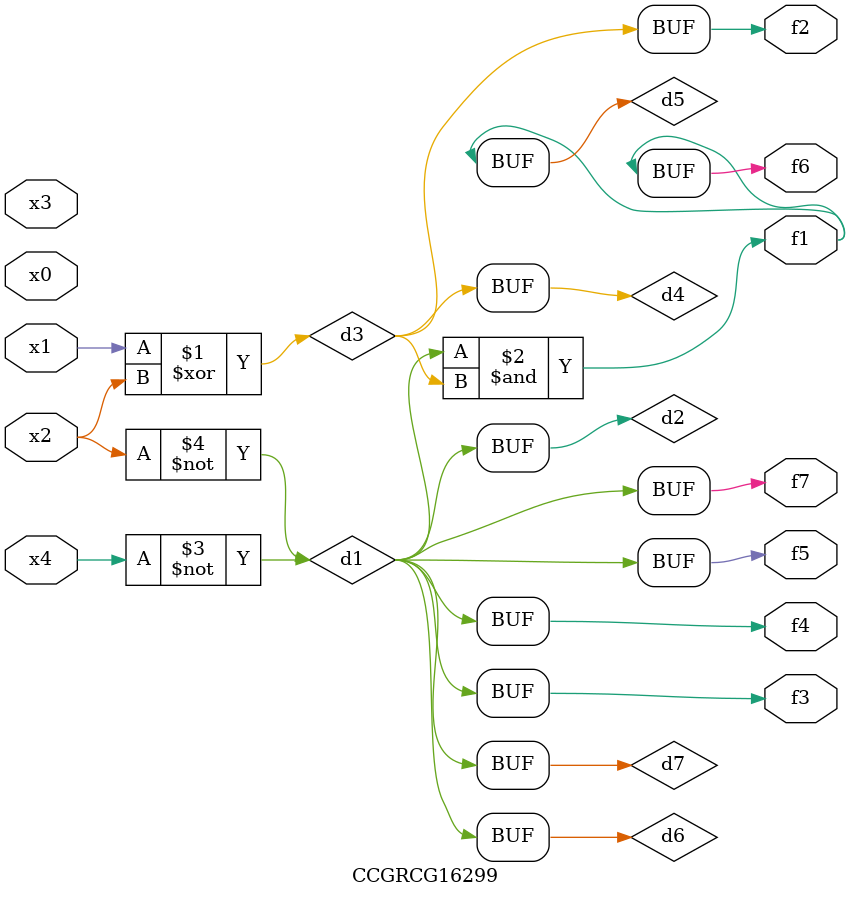
<source format=v>
module CCGRCG16299(
	input x0, x1, x2, x3, x4,
	output f1, f2, f3, f4, f5, f6, f7
);

	wire d1, d2, d3, d4, d5, d6, d7;

	not (d1, x4);
	not (d2, x2);
	xor (d3, x1, x2);
	buf (d4, d3);
	and (d5, d1, d3);
	buf (d6, d1, d2);
	buf (d7, d2);
	assign f1 = d5;
	assign f2 = d4;
	assign f3 = d7;
	assign f4 = d7;
	assign f5 = d7;
	assign f6 = d5;
	assign f7 = d7;
endmodule

</source>
